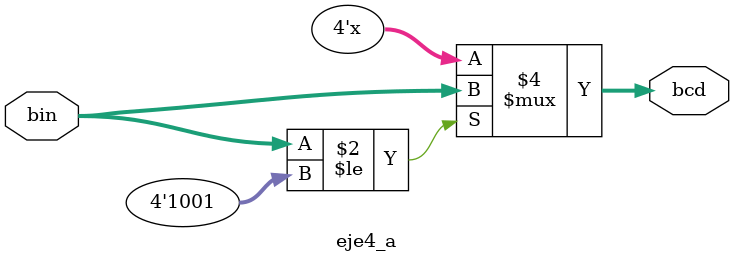
<source format=v>
module eje4_a (
    input [3:0] bin,
    output reg [3:0] bcd
);

always @(*) begin

    if (bin <= 4'd9)
        bcd = bin;
    else
        bcd = 4'bxxxx;
end


endmodule
</source>
